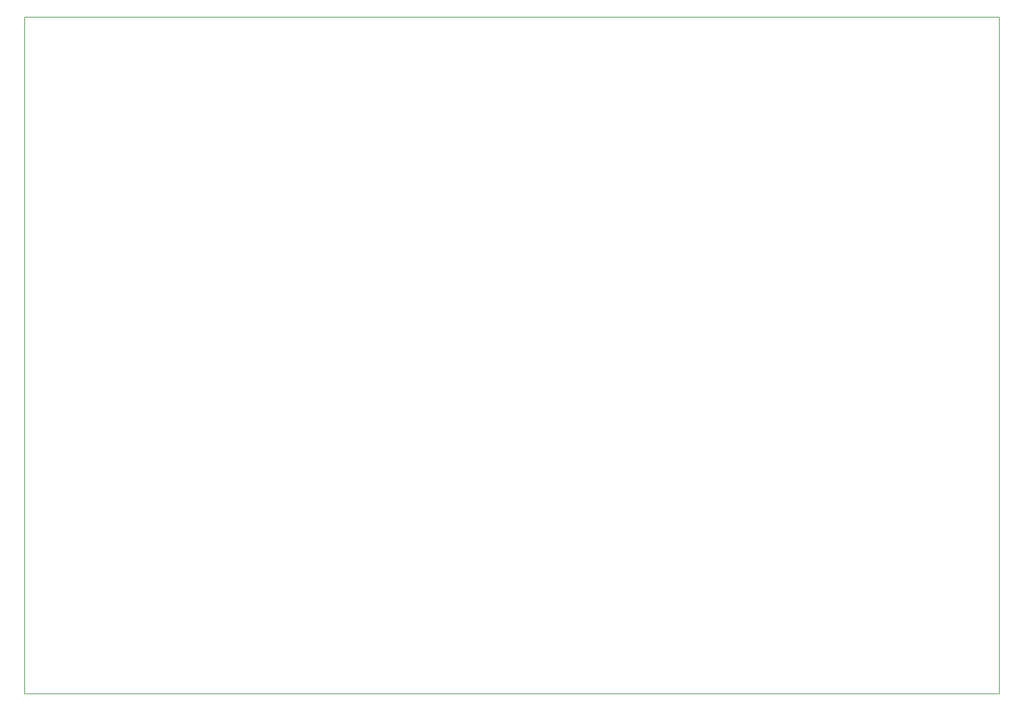
<source format=gm1>
G04 #@! TF.FileFunction,Profile,NP*
%FSLAX46Y46*%
G04 Gerber Fmt 4.6, Leading zero omitted, Abs format (unit mm)*
G04 Created by KiCad (PCBNEW 4.0.2-stable) date 4/27/2016 2:04:58 PM*
%MOMM*%
G01*
G04 APERTURE LIST*
%ADD10C,0.100000*%
%ADD11C,0.150000*%
G04 APERTURE END LIST*
D10*
D11*
X266700000Y-188976000D02*
X266700000Y-186182000D01*
X12192000Y-188976000D02*
X266700000Y-188976000D01*
X12192000Y-12192000D02*
X12192000Y-188976000D01*
X266700000Y-12192000D02*
X12192000Y-12192000D01*
X266700000Y-12446000D02*
X266700000Y-12192000D01*
X266700000Y-187452000D02*
X266700000Y-12446000D01*
M02*

</source>
